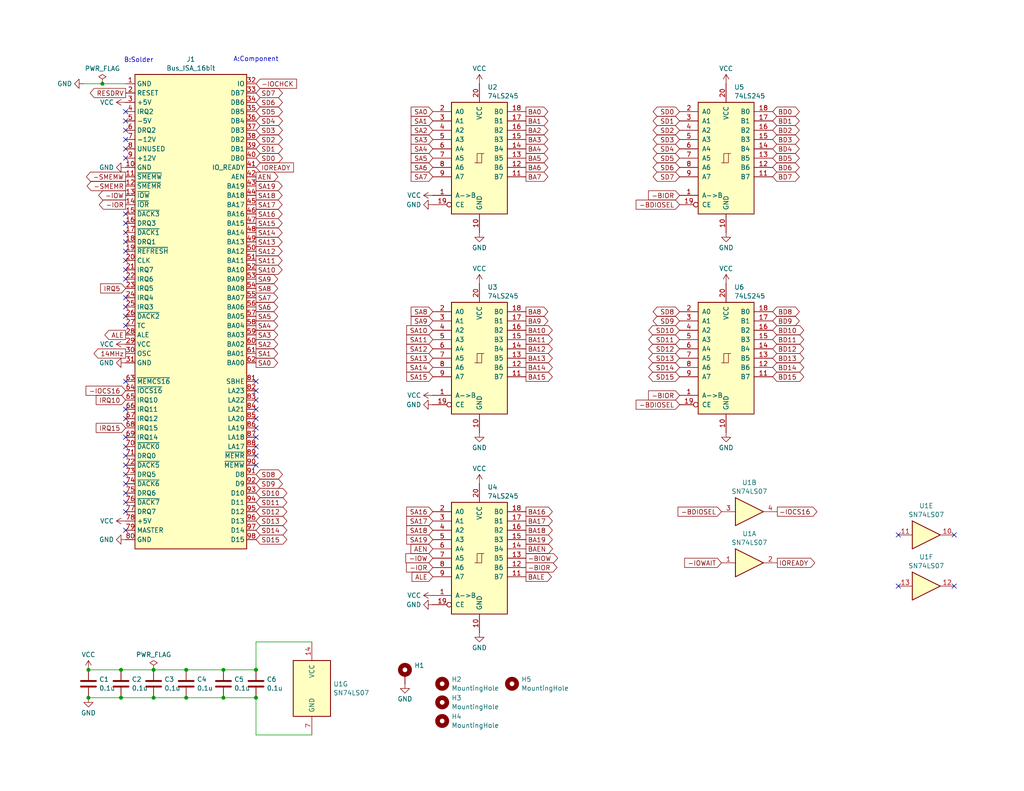
<source format=kicad_sch>
(kicad_sch (version 20231120) (generator "eeschema") (generator_version "8.0")
  (paper "A")
  (title_block (title "386SX Embedded Expansion Card") (date "2024-07-26") (rev "1.0-001") (company "Circuit Cellar/Computer Applications Journal") (comment 1 "Redraw by Richard Cini 07/2024") (comment 2 "Original by Ed Nisley"))
  (lib_symbols
    (symbol "74xx:74LS245" (pin_names (offset 1.016))
      (property "Reference" "U" (at -7.62 16.51 0))
      (property "Value" "74LS245" (at -7.62 -16.51 0))
      (symbol "74LS245_1_0"
        (polyline (pts (xy -0.635 -1.27) (xy -0.635 1.27) (xy 0.635 1.27)))
        (polyline (pts (xy -1.27 -1.27) (xy 0.635 -1.27) (xy 0.635 1.27) (xy 1.27 1.27)))
        (pin input line (at -12.7 -10.16 0) (length 5.08) (name "A->B") (number "1"))
        (pin power_in line (at 0 -20.32 90) (length 5.08) (name "GND") (number "10"))
        (pin tri_state line (at 12.7 -5.08 180) (length 5.08) (name "B7") (number "11"))
        (pin tri_state line (at 12.7 -2.54 180) (length 5.08) (name "B6") (number "12"))
        (pin tri_state line (at 12.7 0 180) (length 5.08) (name "B5") (number "13"))
        (pin tri_state line (at 12.7 2.54 180) (length 5.08) (name "B4") (number "14"))
        (pin tri_state line (at 12.7 5.08 180) (length 5.08) (name "B3") (number "15"))
        (pin tri_state line (at 12.7 7.62 180) (length 5.08) (name "B2") (number "16"))
        (pin tri_state line (at 12.7 10.16 180) (length 5.08) (name "B1") (number "17"))
        (pin tri_state line (at 12.7 12.7 180) (length 5.08) (name "B0") (number "18"))
        (pin input inverted (at -12.7 -12.7 0) (length 5.08) (name "CE") (number "19"))
        (pin tri_state line (at -12.7 12.7 0) (length 5.08) (name "A0") (number "2"))
        (pin power_in line (at 0 20.32 270) (length 5.08) (name "VCC") (number "20"))
        (pin tri_state line (at -12.7 10.16 0) (length 5.08) (name "A1") (number "3"))
        (pin tri_state line (at -12.7 7.62 0) (length 5.08) (name "A2") (number "4"))
        (pin tri_state line (at -12.7 5.08 0) (length 5.08) (name "A3") (number "5"))
        (pin tri_state line (at -12.7 2.54 0) (length 5.08) (name "A4") (number "6"))
        (pin tri_state line (at -12.7 0 0) (length 5.08) (name "A5") (number "7"))
        (pin tri_state line (at -12.7 -2.54 0) (length 5.08) (name "A6") (number "8"))
        (pin tri_state line (at -12.7 -5.08 0) (length 5.08) (name "A7") (number "9"))
      )
      (symbol "74LS245_1_1"
        (rectangle (start -7.62 15.24) (end 7.62 -15.24) (stroke (width 0.254)) (fill (type background)))
      )
    )
    (symbol "74xx:SN74LS07" (pin_names (offset 1.016))
      (property "Reference" "U" (at 0 1.27 0))
      (property "Value" "SN74LS07" (at 0 -1.27 0))
      (symbol "SN74LS07_1_0"
        (polyline (pts (xy -3.81 3.81) (xy -3.81 -3.81) (xy 3.81 0) (xy -3.81 3.81)) (stroke (width 0.254)) (fill (type background)))
        (pin input line (at -7.62 0 0) (length 3.81) (name "~") (number "1"))
        (pin open_collector line (at 7.62 0 180) (length 3.81) (name "~") (number "2"))
      )
      (symbol "SN74LS07_2_0"
        (polyline (pts (xy -3.81 3.81) (xy -3.81 -3.81) (xy 3.81 0) (xy -3.81 3.81)) (stroke (width 0.254)) (fill (type background)))
        (pin input line (at -7.62 0 0) (length 3.81) (name "~") (number "3"))
        (pin open_collector line (at 7.62 0 180) (length 3.81) (name "~") (number "4"))
      )
      (symbol "SN74LS07_3_0"
        (polyline (pts (xy -3.81 3.81) (xy -3.81 -3.81) (xy 3.81 0) (xy -3.81 3.81)) (stroke (width 0.254)) (fill (type background)))
        (pin input line (at -7.62 0 0) (length 3.81) (name "~") (number "5"))
        (pin open_collector line (at 7.62 0 180) (length 3.81) (name "~") (number "6"))
      )
      (symbol "SN74LS07_4_0"
        (polyline (pts (xy -3.81 3.81) (xy -3.81 -3.81) (xy 3.81 0) (xy -3.81 3.81)) (stroke (width 0.254)) (fill (type background)))
        (pin open_collector line (at 7.62 0 180) (length 3.81) (name "~") (number "8"))
        (pin input line (at -7.62 0 0) (length 3.81) (name "~") (number "9"))
      )
      (symbol "SN74LS07_5_0"
        (polyline (pts (xy -3.81 3.81) (xy -3.81 -3.81) (xy 3.81 0) (xy -3.81 3.81)) (stroke (width 0.254)) (fill (type background)))
        (pin open_collector line (at 7.62 0 180) (length 3.81) (name "~") (number "10"))
        (pin input line (at -7.62 0 0) (length 3.81) (name "~") (number "11"))
      )
      (symbol "SN74LS07_6_0"
        (polyline (pts (xy -3.81 3.81) (xy -3.81 -3.81) (xy 3.81 0) (xy -3.81 3.81)) (stroke (width 0.254)) (fill (type background)))
        (pin open_collector line (at 7.62 0 180) (length 3.81) (name "~") (number "12"))
        (pin input line (at -7.62 0 0) (length 3.81) (name "~") (number "13"))
      )
      (symbol "SN74LS07_7_0"
        (pin power_in line (at 0 12.7 270) (length 5.08) (name "VCC") (number "14"))
        (pin power_in line (at 0 -12.7 90) (length 5.08) (name "GND") (number "7"))
      )
      (symbol "SN74LS07_7_1"
        (rectangle (start -5.08 7.62) (end 5.08 -7.62) (stroke (width 0.254)) (fill (type background)))
      )
    )
    (symbol "Connector:Bus_ISA_16bit"
      (property "Reference" "J" (at 0 67.945 0))
      (property "Value" "Bus_ISA_16bit" (at 0 -65.405 0))
      (symbol "Bus_ISA_16bit_0_1"
        (rectangle (start -15.24 -63.5) (end 15.24 66.04) (stroke (width 0.254)) (fill (type background)))
      )
      (symbol "Bus_ISA_16bit_1_1"
        (pin power_in line (at -17.78 63.5 0) (length 2.54) (name "GND") (number "1"))
        (pin power_in line (at -17.78 40.64 0) (length 2.54) (name "GND") (number "10"))
        (pin output line (at -17.78 38.1 0) (length 2.54) (name "~{SMEMW}") (number "11"))
        (pin output line (at -17.78 35.56 0) (length 2.54) (name "~{SMEMR}") (number "12"))
        (pin output line (at -17.78 33.02 0) (length 2.54) (name "~{IOW}") (number "13"))
        (pin output line (at -17.78 30.48 0) (length 2.54) (name "~{IOR}") (number "14"))
        (pin passive line (at -17.78 27.94 0) (length 2.54) (name "~{DACK3}") (number "15"))
        (pin passive line (at -17.78 25.4 0) (length 2.54) (name "DRQ3") (number "16"))
        (pin passive line (at -17.78 22.86 0) (length 2.54) (name "~{DACK1}") (number "17"))
        (pin passive line (at -17.78 20.32 0) (length 2.54) (name "DRQ1") (number "18"))
        (pin passive line (at -17.78 17.78 0) (length 2.54) (name "~{REFRESH}") (number "19"))
        (pin output line (at -17.78 60.96 0) (length 2.54) (name "RESET") (number "2"))
        (pin output line (at -17.78 15.24 0) (length 2.54) (name "CLK") (number "20"))
        (pin passive line (at -17.78 12.7 0) (length 2.54) (name "IRQ7") (number "21"))
        (pin passive line (at -17.78 10.16 0) (length 2.54) (name "IRQ6") (number "22"))
        (pin passive line (at -17.78 7.62 0) (length 2.54) (name "IRQ5") (number "23"))
        (pin passive line (at -17.78 5.08 0) (length 2.54) (name "IRQ4") (number "24"))
        (pin passive line (at -17.78 2.54 0) (length 2.54) (name "IRQ3") (number "25"))
        (pin passive line (at -17.78 0 0) (length 2.54) (name "~{DACK2}") (number "26"))
        (pin passive line (at -17.78 -2.54 0) (length 2.54) (name "TC") (number "27"))
        (pin output line (at -17.78 -5.08 0) (length 2.54) (name "ALE") (number "28"))
        (pin power_in line (at -17.78 -7.62 0) (length 2.54) (name "VCC") (number "29"))
        (pin power_in line (at -17.78 58.42 0) (length 2.54) (name "+5V") (number "3"))
        (pin output line (at -17.78 -10.16 0) (length 2.54) (name "OSC") (number "30"))
        (pin power_in line (at -17.78 -12.7 0) (length 2.54) (name "GND") (number "31"))
        (pin passive line (at 17.78 63.5 180) (length 2.54) (name "IO") (number "32"))
        (pin tri_state line (at 17.78 60.96 180) (length 2.54) (name "DB7") (number "33"))
        (pin tri_state line (at 17.78 58.42 180) (length 2.54) (name "DB6") (number "34"))
        (pin tri_state line (at 17.78 55.88 180) (length 2.54) (name "DB5") (number "35"))
        (pin tri_state line (at 17.78 53.34 180) (length 2.54) (name "DB4") (number "36"))
        (pin tri_state line (at 17.78 50.8 180) (length 2.54) (name "DB3") (number "37"))
        (pin tri_state line (at 17.78 48.26 180) (length 2.54) (name "DB2") (number "38"))
        (pin tri_state line (at 17.78 45.72 180) (length 2.54) (name "DB1") (number "39"))
        (pin passive line (at -17.78 55.88 0) (length 2.54) (name "IRQ2") (number "4"))
        (pin tri_state line (at 17.78 43.18 180) (length 2.54) (name "DB0") (number "40"))
        (pin passive line (at 17.78 40.64 180) (length 2.54) (name "IO_READY") (number "41"))
        (pin output line (at 17.78 38.1 180) (length 2.54) (name "AEN") (number "42"))
        (pin tri_state line (at 17.78 35.56 180) (length 2.54) (name "BA19") (number "43"))
        (pin tri_state line (at 17.78 33.02 180) (length 2.54) (name "BA18") (number "44"))
        (pin tri_state line (at 17.78 30.48 180) (length 2.54) (name "BA17") (number "45"))
        (pin tri_state line (at 17.78 27.94 180) (length 2.54) (name "BA16") (number "46"))
        (pin tri_state line (at 17.78 25.4 180) (length 2.54) (name "BA15") (number "47"))
        (pin tri_state line (at 17.78 22.86 180) (length 2.54) (name "BA14") (number "48"))
        (pin tri_state line (at 17.78 20.32 180) (length 2.54) (name "BA13") (number "49"))
        (pin power_in line (at -17.78 53.34 0) (length 2.54) (name "-5V") (number "5"))
        (pin tri_state line (at 17.78 17.78 180) (length 2.54) (name "BA12") (number "50"))
        (pin tri_state line (at 17.78 15.24 180) (length 2.54) (name "BA11") (number "51"))
        (pin tri_state line (at 17.78 12.7 180) (length 2.54) (name "BA10") (number "52"))
        (pin tri_state line (at 17.78 10.16 180) (length 2.54) (name "BA09") (number "53"))
        (pin tri_state line (at 17.78 7.62 180) (length 2.54) (name "BA08") (number "54"))
        (pin tri_state line (at 17.78 5.08 180) (length 2.54) (name "BA07") (number "55"))
        (pin tri_state line (at 17.78 2.54 180) (length 2.54) (name "BA06") (number "56"))
        (pin tri_state line (at 17.78 0 180) (length 2.54) (name "BA05") (number "57"))
        (pin tri_state line (at 17.78 -2.54 180) (length 2.54) (name "BA04") (number "58"))
        (pin tri_state line (at 17.78 -5.08 180) (length 2.54) (name "BA03") (number "59"))
        (pin passive line (at -17.78 50.8 0) (length 2.54) (name "DRQ2") (number "6"))
        (pin tri_state line (at 17.78 -7.62 180) (length 2.54) (name "BA02") (number "60"))
        (pin tri_state line (at 17.78 -10.16 180) (length 2.54) (name "BA01") (number "61"))
        (pin tri_state line (at 17.78 -12.7 180) (length 2.54) (name "BA00") (number "62"))
        (pin passive line (at -17.78 -17.78 0) (length 2.54) (name "~{MEMCS16}") (number "63"))
        (pin passive line (at -17.78 -20.32 0) (length 2.54) (name "~{IOCS16}") (number "64"))
        (pin passive line (at -17.78 -22.86 0) (length 2.54) (name "IRQ10") (number "65"))
        (pin passive line (at -17.78 -25.4 0) (length 2.54) (name "IRQ11") (number "66"))
        (pin passive line (at -17.78 -27.94 0) (length 2.54) (name "IRQ12") (number "67"))
        (pin passive line (at -17.78 -30.48 0) (length 2.54) (name "IRQ15") (number "68"))
        (pin passive line (at -17.78 -33.02 0) (length 2.54) (name "IRQ14") (number "69"))
        (pin power_in line (at -17.78 48.26 0) (length 2.54) (name "-12V") (number "7"))
        (pin output line (at -17.78 -35.56 0) (length 2.54) (name "~{DACK0}") (number "70"))
        (pin passive line (at -17.78 -38.1 0) (length 2.54) (name "DRQ0") (number "71"))
        (pin output line (at -17.78 -40.64 0) (length 2.54) (name "~{DACK5}") (number "72"))
        (pin passive line (at -17.78 -43.18 0) (length 2.54) (name "DRQ5") (number "73"))
        (pin output line (at -17.78 -45.72 0) (length 2.54) (name "~{DACK6}") (number "74"))
        (pin passive line (at -17.78 -48.26 0) (length 2.54) (name "DRQ6") (number "75"))
        (pin output line (at -17.78 -50.8 0) (length 2.54) (name "~{DACK7}") (number "76"))
        (pin passive line (at -17.78 -53.34 0) (length 2.54) (name "DRQ7") (number "77"))
        (pin power_in line (at -17.78 -55.88 0) (length 2.54) (name "+5V") (number "78"))
        (pin passive line (at -17.78 -58.42 0) (length 2.54) (name "MASTER") (number "79"))
        (pin passive line (at -17.78 45.72 0) (length 2.54) (name "UNUSED") (number "8"))
        (pin power_in line (at -17.78 -60.96 0) (length 2.54) (name "GND") (number "80"))
        (pin passive line (at 17.78 -17.78 180) (length 2.54) (name "SBHE") (number "81"))
        (pin passive line (at 17.78 -20.32 180) (length 2.54) (name "LA23") (number "82"))
        (pin passive line (at 17.78 -22.86 180) (length 2.54) (name "LA22") (number "83"))
        (pin passive line (at 17.78 -25.4 180) (length 2.54) (name "LA21") (number "84"))
        (pin passive line (at 17.78 -27.94 180) (length 2.54) (name "LA20") (number "85"))
        (pin passive line (at 17.78 -30.48 180) (length 2.54) (name "LA19") (number "86"))
        (pin passive line (at 17.78 -33.02 180) (length 2.54) (name "LA18") (number "87"))
        (pin passive line (at 17.78 -35.56 180) (length 2.54) (name "LA17") (number "88"))
        (pin output line (at 17.78 -38.1 180) (length 2.54) (name "~{MEMR}") (number "89"))
        (pin power_in line (at -17.78 43.18 0) (length 2.54) (name "+12V") (number "9"))
        (pin output line (at 17.78 -40.64 180) (length 2.54) (name "~{MEMW}") (number "90"))
        (pin tri_state line (at 17.78 -43.18 180) (length 2.54) (name "D8") (number "91"))
        (pin tri_state line (at 17.78 -45.72 180) (length 2.54) (name "D9") (number "92"))
        (pin tri_state line (at 17.78 -48.26 180) (length 2.54) (name "D10") (number "93"))
        (pin tri_state line (at 17.78 -50.8 180) (length 2.54) (name "D11") (number "94"))
        (pin tri_state line (at 17.78 -53.34 180) (length 2.54) (name "D12") (number "95"))
        (pin tri_state line (at 17.78 -55.88 180) (length 2.54) (name "D13") (number "96"))
        (pin tri_state line (at 17.78 -58.42 180) (length 2.54) (name "D14") (number "97"))
        (pin tri_state line (at 17.78 -60.96 180) (length 2.54) (name "D15") (number "98"))
      )
    )
    (symbol "Device:C" (pin_numbers hide) (pin_names (offset 0.254))
      (property "Reference" "C" (at 0.635 2.54 0))
      (property "Value" "C" (at 0.635 -2.54 0))
      (symbol "C_0_1"
        (polyline (pts (xy -2.032 -0.762) (xy 2.032 -0.762)) (stroke (width 0.508)))
        (polyline (pts (xy -2.032 0.762) (xy 2.032 0.762)) (stroke (width 0.508)))
      )
      (symbol "C_1_1"
        (pin passive line (at 0 3.81 270) (length 2.794) (name "~") (number "1"))
        (pin passive line (at 0 -3.81 90) (length 2.794) (name "~") (number "2"))
      )
    )
    (symbol "Mechanical:MountingHole" (pin_names (offset 1.016)) (exclude_from_sim yes) (in_bom no)
      (property "Reference" "H" (at 0 5.08 0))
      (property "Value" "MountingHole" (at 0 3.175 0))
      (symbol "MountingHole_0_1"
        (circle (center 0 0) (radius 1.27) (stroke (width 1.27)))
      )
    )
    (symbol "Mechanical:MountingHole_Pad" (pin_numbers hide) (pin_names (offset 1.016) hide) (exclude_from_sim yes) (in_bom no)
      (property "Reference" "H" (at 0 6.35 0))
      (property "Value" "MountingHole_Pad" (at 0 4.445 0))
      (symbol "MountingHole_Pad_0_1"
        (circle (center 0 1.27) (radius 1.27) (stroke (width 1.27)))
      )
      (symbol "MountingHole_Pad_1_1"
        (pin input line (at 0 -2.54 90) (length 2.54) (name "1") (number "1"))
      )
    )
    (symbol "power:GND" (power) (pin_numbers hide) (pin_names (offset 0) hide)
      (property "Value" "GND" (at 0 -3.81 0))
      (symbol "GND_0_1"
        (polyline (pts (xy 0 0) (xy 0 -1.27) (xy 1.27 -1.27) (xy 0 -2.54) (xy -1.27 -1.27) (xy 0 -1.27)))
      )
      (symbol "GND_1_1"
        (pin power_in line (at 0 0 270) (length 0) (name "~") (number "1"))
      )
    )
    (symbol "power:PWR_FLAG" (power) (pin_numbers hide) (pin_names (offset 0) hide)
      (property "Value" "PWR_FLAG" (at 0 3.81 0))
      (symbol "PWR_FLAG_0_0"
        (pin power_out line (at 0 0 90) (length 0) (name "~") (number "1"))
      )
      (symbol "PWR_FLAG_0_1"
        (polyline (pts (xy 0 0) (xy 0 1.27) (xy -1.016 1.905) (xy 0 2.54) (xy 1.016 1.905) (xy 0 1.27)))
      )
    )
    (symbol "power:VCC" (power) (pin_numbers hide) (pin_names (offset 0) hide)
      (property "Value" "VCC" (at 0 3.556 0))
      (symbol "VCC_0_1"
        (polyline (pts (xy -0.762 1.27) (xy 0 2.54)))
        (polyline (pts (xy 0 0) (xy 0 2.54)))
        (polyline (pts (xy 0 2.54) (xy 0.762 1.27)))
      )
      (symbol "VCC_1_1"
        (pin power_in line (at 0 0 90) (length 0) (name "~") (number "1"))
      )
    )
  )
  (junction (at 41.91 190.5))
  (junction (at 50.8 190.5))
  (junction (at 69.85 190.5))
  (junction (at 33.02 182.88))
  (junction (at 33.02 190.5))
  (junction (at 60.96 190.5))
  (junction (at 41.91 182.88))
  (junction (at 69.85 182.88))
  (junction (at 24.13 182.88))
  (junction (at 27.94 22.86))
  (junction (at 60.96 182.88))
  (junction (at 50.8 182.88))
  (junction (at 24.13 190.5))
  (no_connect (at 34.29 40.64))
  (no_connect (at 34.29 83.82))
  (no_connect (at 245.11 146.05))
  (no_connect (at 260.35 146.05))
  (no_connect (at 34.29 43.18))
  (no_connect (at 69.85 119.38))
  (no_connect (at 69.85 116.84))
  (no_connect (at 34.29 129.54))
  (no_connect (at 34.29 58.42))
  (no_connect (at 34.29 132.08))
  (no_connect (at 34.29 144.78))
  (no_connect (at 69.85 104.14))
  (no_connect (at 34.29 68.58))
  (no_connect (at 34.29 73.66))
  (no_connect (at 260.35 160.02))
  (no_connect (at 69.85 111.76))
  (no_connect (at 34.29 76.2))
  (no_connect (at 245.11 160.02))
  (no_connect (at 69.85 127))
  (no_connect (at 34.29 119.38))
  (no_connect (at 69.85 114.3))
  (no_connect (at 69.85 124.46))
  (no_connect (at 34.29 35.56))
  (no_connect (at 69.85 106.68))
  (no_connect (at 34.29 139.7))
  (no_connect (at 34.29 127))
  (no_connect (at 34.29 104.14))
  (no_connect (at 34.29 111.76))
  (no_connect (at 34.29 121.92))
  (no_connect (at 34.29 33.02))
  (no_connect (at 69.85 109.22))
  (no_connect (at 34.29 30.48))
  (no_connect (at 34.29 137.16))
  (no_connect (at 69.85 121.92))
  (no_connect (at 34.29 60.96))
  (no_connect (at 34.29 124.46))
  (no_connect (at 34.29 88.9))
  (no_connect (at 34.29 66.04))
  (no_connect (at 34.29 114.3))
  (no_connect (at 34.29 134.62))
  (no_connect (at 34.29 71.12))
  (no_connect (at 34.29 38.1))
  (no_connect (at 34.29 86.36))
  (no_connect (at 34.29 63.5))
  (no_connect (at 34.29 81.28))
  (wire (pts (xy 50.8 190.5) (xy 60.96 190.5)))
  (wire (pts (xy 50.8 182.88) (xy 60.96 182.88)))
  (wire (pts (xy 69.85 200.66) (xy 69.85 190.5)))
  (wire (pts (xy 69.85 175.26) (xy 69.85 182.88)))
  (wire (pts (xy 22.86 22.86) (xy 27.94 22.86)))
  (wire (pts (xy 85.09 175.26) (xy 69.85 175.26)))
  (wire (pts (xy 33.02 190.5) (xy 41.91 190.5)))
  (wire (pts (xy 85.09 200.66) (xy 69.85 200.66)))
  (wire (pts (xy 41.91 190.5) (xy 50.8 190.5)))
  (wire (pts (xy 60.96 190.5) (xy 69.85 190.5)))
  (wire (pts (xy 24.13 182.88) (xy 33.02 182.88)))
  (wire (pts (xy 24.13 190.5) (xy 33.02 190.5)))
  (wire (pts (xy 33.02 182.88) (xy 41.91 182.88)))
  (wire (pts (xy 27.94 22.86) (xy 34.29 22.86)))
  (wire (pts (xy 60.96 182.88) (xy 69.85 182.88)))
  (wire (pts (xy 41.91 182.88) (xy 50.8 182.88)))
  (text "B:Solder" (at 37.846 16.51 0) (effects (font (size 1.27 1.27))))
  (text "A:Component" (at 69.85 16.256 0) (effects (font (size 1.27 1.27))))
  (global_label "SA12" (shape output) (at 69.85 68.58 0) (property "Intersheetrefs" "${INTERSHEET_REFS}" (at 77.5523 68.58 0) (effects (justify left))))
  (global_label "SA8" (shape output) (at 69.85 78.74 0) (property "Intersheetrefs" "${INTERSHEET_REFS}" (at 76.3428 78.74 0) (effects (justify left))))
  (global_label "SA15" (shape input) (at 118.11 102.87 180) (property "Intersheetrefs" "${INTERSHEET_REFS}" (at 110.4077 102.87 0) (effects (justify right))))
  (global_label "-BIOR" (shape output) (at 143.51 154.94 0) (property "Intersheetrefs" "${INTERSHEET_REFS}" (at 152.5429 154.94 0) (effects (justify left))))
  (global_label "BA15" (shape output) (at 143.51 102.87 0) (property "Intersheetrefs" "${INTERSHEET_REFS}" (at 150.0633 102.87 0) (effects (justify left))))
  (global_label "SD0" (shape bidirectional) (at 185.42 30.48 180) (property "Intersheetrefs" "${INTERSHEET_REFS}" (at 177.6345 30.48 0) (effects (justify right))))
  (global_label "SD12" (shape bidirectional) (at 69.85 139.7 0) (property "Intersheetrefs" "${INTERSHEET_REFS}" (at 78.845 139.7 0) (effects (justify left))))
  (global_label "SD15" (shape bidirectional) (at 185.42 102.87 180) (property "Intersheetrefs" "${INTERSHEET_REFS}" (at 176.425 102.87 0) (effects (justify right))))
  (global_label "SD13" (shape bidirectional) (at 185.42 97.79 180) (property "Intersheetrefs" "${INTERSHEET_REFS}" (at 176.425 97.79 0) (effects (justify right))))
  (global_label "BD14" (shape bidirectional) (at 210.82 100.33 0) (property "Intersheetrefs" "${INTERSHEET_REFS}" (at 219.8755 100.33 0) (effects (justify left))))
  (global_label "-IOW" (shape output) (at 34.29 53.34 180) (property "Intersheetrefs" "${INTERSHEET_REFS}" (at 26.3457 53.34 0) (effects (justify right))))
  (global_label "SA16" (shape output) (at 69.85 58.42 0) (property "Intersheetrefs" "${INTERSHEET_REFS}" (at 77.5523 58.42 0) (effects (justify left))))
  (global_label "BD2" (shape bidirectional) (at 210.82 35.56 0) (property "Intersheetrefs" "${INTERSHEET_REFS}" (at 218.666 35.56 0) (effects (justify left))))
  (global_label "BD8" (shape bidirectional) (at 210.82 85.09 0) (property "Intersheetrefs" "${INTERSHEET_REFS}" (at 218.666 85.09 0) (effects (justify left))))
  (global_label "BA6" (shape output) (at 143.51 45.72 0) (property "Intersheetrefs" "${INTERSHEET_REFS}" (at 150.0633 45.72 0) (effects (justify left))))
  (global_label "BA14" (shape output) (at 143.51 100.33 0) (property "Intersheetrefs" "${INTERSHEET_REFS}" (at 150.0633 100.33 0) (effects (justify left))))
  (global_label "-IOW" (shape input) (at 118.11 152.4 180) (property "Intersheetrefs" "${INTERSHEET_REFS}" (at 110.1657 152.4 0) (effects (justify right))))
  (global_label "-IOWAIT" (shape input) (at 196.85 153.67 180) (property "Intersheetrefs" "${INTERSHEET_REFS}" (at 186.2447 153.67 0) (effects (justify right))))
  (global_label "SA13" (shape input) (at 118.11 97.79 180) (property "Intersheetrefs" "${INTERSHEET_REFS}" (at 110.4077 97.79 0) (effects (justify right))))
  (global_label "BA9" (shape output) (at 143.51 87.63 0) (property "Intersheetrefs" "${INTERSHEET_REFS}" (at 150.0633 87.63 0) (effects (justify left))))
  (global_label "SD10" (shape bidirectional) (at 185.42 90.17 180) (property "Intersheetrefs" "${INTERSHEET_REFS}" (at 176.425 90.17 0) (effects (justify right))))
  (global_label "BALE" (shape output) (at 143.51 157.48 0) (property "Intersheetrefs" "${INTERSHEET_REFS}" (at 151.0309 157.48 0) (effects (justify left))))
  (global_label "SA9" (shape input) (at 118.11 87.63 180) (property "Intersheetrefs" "${INTERSHEET_REFS}" (at 111.6172 87.63 0) (effects (justify right))))
  (global_label "SA18" (shape output) (at 69.85 53.34 0) (property "Intersheetrefs" "${INTERSHEET_REFS}" (at 77.5523 53.34 0) (effects (justify left))))
  (global_label "BD5" (shape bidirectional) (at 210.82 43.18 0) (property "Intersheetrefs" "${INTERSHEET_REFS}" (at 218.666 43.18 0) (effects (justify left))))
  (global_label "SA1" (shape input) (at 118.11 33.02 180) (property "Intersheetrefs" "${INTERSHEET_REFS}" (at 111.6172 33.02 0) (effects (justify right))))
  (global_label "SD9" (shape bidirectional) (at 69.85 132.08 0) (property "Intersheetrefs" "${INTERSHEET_REFS}" (at 77.6355 132.08 0) (effects (justify left))))
  (global_label "SA9" (shape output) (at 69.85 76.2 0) (property "Intersheetrefs" "${INTERSHEET_REFS}" (at 76.3428 76.2 0) (effects (justify left))))
  (global_label "BD7" (shape bidirectional) (at 210.82 48.26 0) (property "Intersheetrefs" "${INTERSHEET_REFS}" (at 218.666 48.26 0) (effects (justify left))))
  (global_label "BA10" (shape output) (at 143.51 90.17 0) (property "Intersheetrefs" "${INTERSHEET_REFS}" (at 150.0633 90.17 0) (effects (justify left))))
  (global_label "BD0" (shape bidirectional) (at 210.82 30.48 0) (property "Intersheetrefs" "${INTERSHEET_REFS}" (at 218.666 30.48 0) (effects (justify left))))
  (global_label "SA3" (shape input) (at 118.11 38.1 180) (property "Intersheetrefs" "${INTERSHEET_REFS}" (at 111.6172 38.1 0) (effects (justify right))))
  (global_label "BD12" (shape bidirectional) (at 210.82 95.25 0) (property "Intersheetrefs" "${INTERSHEET_REFS}" (at 219.8755 95.25 0) (effects (justify left))))
  (global_label "IRQ15" (shape input) (at 34.29 116.84 180) (property "Intersheetrefs" "${INTERSHEET_REFS}" (at 25.6805 116.84 0) (effects (justify right))))
  (global_label "SA11" (shape input) (at 118.11 92.71 180) (property "Intersheetrefs" "${INTERSHEET_REFS}" (at 110.4077 92.71 0) (effects (justify right))))
  (global_label "BA1" (shape output) (at 143.51 33.02 0) (property "Intersheetrefs" "${INTERSHEET_REFS}" (at 150.0633 33.02 0) (effects (justify left))))
  (global_label "-BIOR" (shape input) (at 185.42 107.95 180) (property "Intersheetrefs" "${INTERSHEET_REFS}" (at 176.3871 107.95 0) (effects (justify right))))
  (global_label "SA1" (shape output) (at 69.85 96.52 0) (property "Intersheetrefs" "${INTERSHEET_REFS}" (at 76.3428 96.52 0) (effects (justify left))))
  (global_label "BD3" (shape bidirectional) (at 210.82 38.1 0) (property "Intersheetrefs" "${INTERSHEET_REFS}" (at 218.666 38.1 0) (effects (justify left))))
  (global_label "IRQ5" (shape input) (at 34.29 78.74 180) (property "Intersheetrefs" "${INTERSHEET_REFS}" (at 26.89 78.74 0) (effects (justify right))))
  (global_label "SD3" (shape bidirectional) (at 185.42 38.1 180) (property "Intersheetrefs" "${INTERSHEET_REFS}" (at 177.6345 38.1 0) (effects (justify right))))
  (global_label "SD6" (shape bidirectional) (at 185.42 45.72 180) (property "Intersheetrefs" "${INTERSHEET_REFS}" (at 177.6345 45.72 0) (effects (justify right))))
  (global_label "BA13" (shape output) (at 143.51 97.79 0) (property "Intersheetrefs" "${INTERSHEET_REFS}" (at 150.0633 97.79 0) (effects (justify left))))
  (global_label "SA7" (shape input) (at 118.11 48.26 180) (property "Intersheetrefs" "${INTERSHEET_REFS}" (at 111.6172 48.26 0) (effects (justify right))))
  (global_label "SD4" (shape bidirectional) (at 69.85 33.02 0) (property "Intersheetrefs" "${INTERSHEET_REFS}" (at 77.6355 33.02 0) (effects (justify left))))
  (global_label "BA0" (shape output) (at 143.51 30.48 0) (property "Intersheetrefs" "${INTERSHEET_REFS}" (at 150.0633 30.48 0) (effects (justify left))))
  (global_label "SA17" (shape output) (at 69.85 55.88 0) (property "Intersheetrefs" "${INTERSHEET_REFS}" (at 77.5523 55.88 0) (effects (justify left))))
  (global_label "SD13" (shape bidirectional) (at 69.85 142.24 0) (property "Intersheetrefs" "${INTERSHEET_REFS}" (at 78.845 142.24 0) (effects (justify left))))
  (global_label "SD7" (shape bidirectional) (at 185.42 48.26 180) (property "Intersheetrefs" "${INTERSHEET_REFS}" (at 177.6345 48.26 0) (effects (justify right))))
  (global_label "-BIOR" (shape input) (at 185.42 53.34 180) (property "Intersheetrefs" "${INTERSHEET_REFS}" (at 176.3871 53.34 0) (effects (justify right))))
  (global_label "ALE" (shape input) (at 118.11 157.48 180) (property "Intersheetrefs" "${INTERSHEET_REFS}" (at 111.8591 157.48 0) (effects (justify right))))
  (global_label "BA8" (shape output) (at 143.51 85.09 0) (property "Intersheetrefs" "${INTERSHEET_REFS}" (at 150.0633 85.09 0) (effects (justify left))))
  (global_label "SD2" (shape bidirectional) (at 69.85 38.1 0) (property "Intersheetrefs" "${INTERSHEET_REFS}" (at 77.6355 38.1 0) (effects (justify left))))
  (global_label "BA16" (shape output) (at 143.51 139.7 0) (property "Intersheetrefs" "${INTERSHEET_REFS}" (at 150.0633 139.7 0) (effects (justify left))))
  (global_label "SD1" (shape bidirectional) (at 185.42 33.02 180) (property "Intersheetrefs" "${INTERSHEET_REFS}" (at 177.6345 33.02 0) (effects (justify right))))
  (global_label "SA10" (shape output) (at 69.85 73.66 0) (property "Intersheetrefs" "${INTERSHEET_REFS}" (at 77.5523 73.66 0) (effects (justify left))))
  (global_label "-IOCS16" (shape output) (at 212.09 139.7 0) (property "Intersheetrefs" "${INTERSHEET_REFS}" (at 223.4814 139.7 0) (effects (justify left))))
  (global_label "SD11" (shape bidirectional) (at 69.85 137.16 0) (property "Intersheetrefs" "${INTERSHEET_REFS}" (at 78.845 137.16 0) (effects (justify left))))
  (global_label "SA14" (shape output) (at 69.85 63.5 0) (property "Intersheetrefs" "${INTERSHEET_REFS}" (at 77.5523 63.5 0) (effects (justify left))))
  (global_label "SA5" (shape input) (at 118.11 43.18 180) (property "Intersheetrefs" "${INTERSHEET_REFS}" (at 111.6172 43.18 0) (effects (justify right))))
  (global_label "BA12" (shape output) (at 143.51 95.25 0) (property "Intersheetrefs" "${INTERSHEET_REFS}" (at 150.0633 95.25 0) (effects (justify left))))
  (global_label "BA17" (shape output) (at 143.51 142.24 0) (property "Intersheetrefs" "${INTERSHEET_REFS}" (at 150.0633 142.24 0) (effects (justify left))))
  (global_label "AEN" (shape output) (at 69.85 48.26 0) (property "Intersheetrefs" "${INTERSHEET_REFS}" (at 76.4033 48.26 0) (effects (justify left))))
  (global_label "BA19" (shape output) (at 143.51 147.32 0) (property "Intersheetrefs" "${INTERSHEET_REFS}" (at 150.0633 147.32 0) (effects (justify left))))
  (global_label "SD12" (shape bidirectional) (at 185.42 95.25 180) (property "Intersheetrefs" "${INTERSHEET_REFS}" (at 176.425 95.25 0) (effects (justify right))))
  (global_label "IOREADY" (shape input) (at 69.85 45.72 0) (property "Intersheetrefs" "${INTERSHEET_REFS}" (at 80.6367 45.72 0) (effects (justify left))))
  (global_label "SD15" (shape bidirectional) (at 69.85 147.32 0) (property "Intersheetrefs" "${INTERSHEET_REFS}" (at 78.845 147.32 0) (effects (justify left))))
  (global_label "IRQ10" (shape input) (at 34.29 109.22 180) (property "Intersheetrefs" "${INTERSHEET_REFS}" (at 25.6805 109.22 0) (effects (justify right))))
  (global_label "SD8" (shape bidirectional) (at 69.85 129.54 0) (property "Intersheetrefs" "${INTERSHEET_REFS}" (at 77.6355 129.54 0) (effects (justify left))))
  (global_label "SD2" (shape bidirectional) (at 185.42 35.56 180) (property "Intersheetrefs" "${INTERSHEET_REFS}" (at 177.6345 35.56 0) (effects (justify right))))
  (global_label "BAEN" (shape output) (at 143.51 149.86 0) (property "Intersheetrefs" "${INTERSHEET_REFS}" (at 151.3333 149.86 0) (effects (justify left))))
  (global_label "SA19" (shape input) (at 118.11 147.32 180) (property "Intersheetrefs" "${INTERSHEET_REFS}" (at 110.4077 147.32 0) (effects (justify right))))
  (global_label "SA2" (shape input) (at 118.11 35.56 180) (property "Intersheetrefs" "${INTERSHEET_REFS}" (at 111.6172 35.56 0) (effects (justify right))))
  (global_label "BA7" (shape output) (at 143.51 48.26 0) (property "Intersheetrefs" "${INTERSHEET_REFS}" (at 150.0633 48.26 0) (effects (justify left))))
  (global_label "-BDIOSEL" (shape input) (at 196.85 139.7 180) (property "Intersheetrefs" "${INTERSHEET_REFS}" (at 184.4305 139.7 0) (effects (justify right))))
  (global_label "-IOR" (shape output) (at 34.29 55.88 180) (property "Intersheetrefs" "${INTERSHEET_REFS}" (at 26.5271 55.88 0) (effects (justify right))))
  (global_label "SA8" (shape input) (at 118.11 85.09 180) (property "Intersheetrefs" "${INTERSHEET_REFS}" (at 111.6172 85.09 0) (effects (justify right))))
  (global_label "-IOCHCK" (shape input) (at 69.85 22.86 0) (property "Intersheetrefs" "${INTERSHEET_REFS}" (at 81.4834 22.86 0) (effects (justify left))))
  (global_label "-SMEMR" (shape output) (at 34.29 50.8 180) (property "Intersheetrefs" "${INTERSHEET_REFS}" (at 23.2011 50.8 0) (effects (justify right))))
  (global_label "BD1" (shape bidirectional) (at 210.82 33.02 0) (property "Intersheetrefs" "${INTERSHEET_REFS}" (at 218.666 33.02 0) (effects (justify left))))
  (global_label "SA19" (shape output) (at 69.85 50.8 0) (property "Intersheetrefs" "${INTERSHEET_REFS}" (at 77.5523 50.8 0) (effects (justify left))))
  (global_label "SA0" (shape input) (at 118.11 30.48 180) (property "Intersheetrefs" "${INTERSHEET_REFS}" (at 111.6172 30.48 0) (effects (justify right))))
  (global_label "SD8" (shape bidirectional) (at 185.42 85.09 180) (property "Intersheetrefs" "${INTERSHEET_REFS}" (at 177.6345 85.09 0) (effects (justify right))))
  (global_label "SA0" (shape output) (at 69.85 99.06 0) (property "Intersheetrefs" "${INTERSHEET_REFS}" (at 76.3428 99.06 0) (effects (justify left))))
  (global_label "ALE" (shape output) (at 34.29 91.44 180) (property "Intersheetrefs" "${INTERSHEET_REFS}" (at 28.0391 91.44 0) (effects (justify right))))
  (global_label "RESDRV" (shape output) (at 34.29 25.4 180) (property "Intersheetrefs" "${INTERSHEET_REFS}" (at 24.0477 25.4 0) (effects (justify right))))
  (global_label "BA5" (shape output) (at 143.51 43.18 0) (property "Intersheetrefs" "${INTERSHEET_REFS}" (at 150.0633 43.18 0) (effects (justify left))))
  (global_label "SA6" (shape output) (at 69.85 83.82 0) (property "Intersheetrefs" "${INTERSHEET_REFS}" (at 76.3428 83.82 0) (effects (justify left))))
  (global_label "BD11" (shape bidirectional) (at 210.82 92.71 0) (property "Intersheetrefs" "${INTERSHEET_REFS}" (at 219.8755 92.71 0) (effects (justify left))))
  (global_label "SD0" (shape bidirectional) (at 69.85 43.18 0) (property "Intersheetrefs" "${INTERSHEET_REFS}" (at 77.6355 43.18 0) (effects (justify left))))
  (global_label "BD15" (shape bidirectional) (at 210.82 102.87 0) (property "Intersheetrefs" "${INTERSHEET_REFS}" (at 219.8755 102.87 0) (effects (justify left))))
  (global_label "-IOR" (shape input) (at 118.11 154.94 180) (property "Intersheetrefs" "${INTERSHEET_REFS}" (at 110.3471 154.94 0) (effects (justify right))))
  (global_label "SA16" (shape input) (at 118.11 139.7 180) (property "Intersheetrefs" "${INTERSHEET_REFS}" (at 110.4077 139.7 0) (effects (justify right))))
  (global_label "SD14" (shape bidirectional) (at 69.85 144.78 0) (property "Intersheetrefs" "${INTERSHEET_REFS}" (at 78.845 144.78 0) (effects (justify left))))
  (global_label "SA18" (shape input) (at 118.11 144.78 180) (property "Intersheetrefs" "${INTERSHEET_REFS}" (at 110.4077 144.78 0) (effects (justify right))))
  (global_label "BA3" (shape output) (at 143.51 38.1 0) (property "Intersheetrefs" "${INTERSHEET_REFS}" (at 150.0633 38.1 0) (effects (justify left))))
  (global_label "SA15" (shape output) (at 69.85 60.96 0) (property "Intersheetrefs" "${INTERSHEET_REFS}" (at 77.5523 60.96 0) (effects (justify left))))
  (global_label "SD10" (shape bidirectional) (at 69.85 134.62 0) (property "Intersheetrefs" "${INTERSHEET_REFS}" (at 78.845 134.62 0) (effects (justify left))))
  (global_label "BD9" (shape bidirectional) (at 210.82 87.63 0) (property "Intersheetrefs" "${INTERSHEET_REFS}" (at 218.666 87.63 0) (effects (justify left))))
  (global_label "-SMEMW" (shape output) (at 34.29 48.26 180) (property "Intersheetrefs" "${INTERSHEET_REFS}" (at 23.0197 48.26 0) (effects (justify right))))
  (global_label "-BDIOSEL" (shape input) (at 185.42 55.88 180) (property "Intersheetrefs" "${INTERSHEET_REFS}" (at 173.0005 55.88 0) (effects (justify right))))
  (global_label "SA17" (shape input) (at 118.11 142.24 180) (property "Intersheetrefs" "${INTERSHEET_REFS}" (at 110.4077 142.24 0) (effects (justify right))))
  (global_label "SD5" (shape bidirectional) (at 185.42 43.18 180) (property "Intersheetrefs" "${INTERSHEET_REFS}" (at 177.6345 43.18 0) (effects (justify right))))
  (global_label "SA5" (shape output) (at 69.85 86.36 0) (property "Intersheetrefs" "${INTERSHEET_REFS}" (at 76.3428 86.36 0) (effects (justify left))))
  (global_label "AEN" (shape input) (at 118.11 149.86 180) (property "Intersheetrefs" "${INTERSHEET_REFS}" (at 111.5567 149.86 0) (effects (justify right))))
  (global_label "SA13" (shape output) (at 69.85 66.04 0) (property "Intersheetrefs" "${INTERSHEET_REFS}" (at 77.5523 66.04 0) (effects (justify left))))
  (global_label "IOREADY" (shape output) (at 212.09 153.67 0) (property "Intersheetrefs" "${INTERSHEET_REFS}" (at 222.8767 153.67 0) (effects (justify left))))
  (global_label "SA7" (shape output) (at 69.85 81.28 0) (property "Intersheetrefs" "${INTERSHEET_REFS}" (at 76.3428 81.28 0) (effects (justify left))))
  (global_label "BD4" (shape bidirectional) (at 210.82 40.64 0) (property "Intersheetrefs" "${INTERSHEET_REFS}" (at 218.666 40.64 0) (effects (justify left))))
  (global_label "-IOCS16" (shape input) (at 34.29 106.68 180) (property "Intersheetrefs" "${INTERSHEET_REFS}" (at 22.8986 106.68 0) (effects (justify right))))
  (global_label "BD13" (shape bidirectional) (at 210.82 97.79 0) (property "Intersheetrefs" "${INTERSHEET_REFS}" (at 219.8755 97.79 0) (effects (justify left))))
  (global_label "SD11" (shape bidirectional) (at 185.42 92.71 180) (property "Intersheetrefs" "${INTERSHEET_REFS}" (at 176.425 92.71 0) (effects (justify right))))
  (global_label "SA6" (shape input) (at 118.11 45.72 180) (property "Intersheetrefs" "${INTERSHEET_REFS}" (at 111.6172 45.72 0) (effects (justify right))))
  (global_label "SD9" (shape bidirectional) (at 185.42 87.63 180) (property "Intersheetrefs" "${INTERSHEET_REFS}" (at 177.6345 87.63 0) (effects (justify right))))
  (global_label "SA4" (shape input) (at 118.11 40.64 180) (property "Intersheetrefs" "${INTERSHEET_REFS}" (at 111.6172 40.64 0) (effects (justify right))))
  (global_label "-BIOW" (shape output) (at 143.51 152.4 0) (property "Intersheetrefs" "${INTERSHEET_REFS}" (at 152.7243 152.4 0) (effects (justify left))))
  (global_label "BD6" (shape bidirectional) (at 210.82 45.72 0) (property "Intersheetrefs" "${INTERSHEET_REFS}" (at 218.666 45.72 0) (effects (justify left))))
  (global_label "SA10" (shape input) (at 118.11 90.17 180) (property "Intersheetrefs" "${INTERSHEET_REFS}" (at 110.4077 90.17 0) (effects (justify right))))
  (global_label "SD1" (shape bidirectional) (at 69.85 40.64 0) (property "Intersheetrefs" "${INTERSHEET_REFS}" (at 77.6355 40.64 0) (effects (justify left))))
  (global_label "BA4" (shape output) (at 143.51 40.64 0) (property "Intersheetrefs" "${INTERSHEET_REFS}" (at 150.0633 40.64 0) (effects (justify left))))
  (global_label "SD6" (shape bidirectional) (at 69.85 27.94 0) (property "Intersheetrefs" "${INTERSHEET_REFS}" (at 77.6355 27.94 0) (effects (justify left))))
  (global_label "BA18" (shape output) (at 143.51 144.78 0) (property "Intersheetrefs" "${INTERSHEET_REFS}" (at 150.0633 144.78 0) (effects (justify left))))
  (global_label "SA14" (shape input) (at 118.11 100.33 180) (property "Intersheetrefs" "${INTERSHEET_REFS}" (at 110.4077 100.33 0) (effects (justify right))))
  (global_label "BA11" (shape output) (at 143.51 92.71 0) (property "Intersheetrefs" "${INTERSHEET_REFS}" (at 150.0633 92.71 0) (effects (justify left))))
  (global_label "SA11" (shape output) (at 69.85 71.12 0) (property "Intersheetrefs" "${INTERSHEET_REFS}" (at 77.5523 71.12 0) (effects (justify left))))
  (global_label "SA2" (shape output) (at 69.85 93.98 0) (property "Intersheetrefs" "${INTERSHEET_REFS}" (at 76.3428 93.98 0) (effects (justify left))))
  (global_label "SD14" (shape bidirectional) (at 185.42 100.33 180) (property "Intersheetrefs" "${INTERSHEET_REFS}" (at 176.425 100.33 0) (effects (justify right))))
  (global_label "SA12" (shape input) (at 118.11 95.25 180) (property "Intersheetrefs" "${INTERSHEET_REFS}" (at 110.4077 95.25 0) (effects (justify right))))
  (global_label "14MHz" (shape output) (at 34.29 96.52 180) (property "Intersheetrefs" "${INTERSHEET_REFS}" (at 25.0758 96.52 0) (effects (justify right))))
  (global_label "SD7" (shape bidirectional) (at 69.85 25.4 0) (property "Intersheetrefs" "${INTERSHEET_REFS}" (at 77.6355 25.4 0) (effects (justify left))))
  (global_label "SD4" (shape bidirectional) (at 185.42 40.64 180) (property "Intersheetrefs" "${INTERSHEET_REFS}" (at 177.6345 40.64 0) (effects (justify right))))
  (global_label "SA3" (shape output) (at 69.85 91.44 0) (property "Intersheetrefs" "${INTERSHEET_REFS}" (at 76.3428 91.44 0) (effects (justify left))))
  (global_label "SD3" (shape bidirectional) (at 69.85 35.56 0) (property "Intersheetrefs" "${INTERSHEET_REFS}" (at 77.6355 35.56 0) (effects (justify left))))
  (global_label "BD10" (shape bidirectional) (at 210.82 90.17 0) (property "Intersheetrefs" "${INTERSHEET_REFS}" (at 219.8755 90.17 0) (effects (justify left))))
  (global_label "BA2" (shape output) (at 143.51 35.56 0) (property "Intersheetrefs" "${INTERSHEET_REFS}" (at 150.0633 35.56 0) (effects (justify left))))
  (global_label "SD5" (shape bidirectional) (at 69.85 30.48 0) (property "Intersheetrefs" "${INTERSHEET_REFS}" (at 77.6355 30.48 0) (effects (justify left))))
  (global_label "SA4" (shape output) (at 69.85 88.9 0) (property "Intersheetrefs" "${INTERSHEET_REFS}" (at 76.3428 88.9 0) (effects (justify left))))
  (global_label "-BDIOSEL" (shape input) (at 185.42 110.49 180) (property "Intersheetrefs" "${INTERSHEET_REFS}" (at 173.0005 110.49 0) (effects (justify right))))
  (symbol (lib_id "power:GND") (at 130.81 63.5 0) (unit 1)
    (property "Reference" "#PWR017" (effects (hide yes)))
    (property "Value" "GND" (at 130.81 67.6331 0))
    (property "Description" "Power symbol creates a global label with name \"GND\" , ground" (effects (hide yes)))
  )
  (symbol (lib_id "power:VCC") (at 198.12 22.86 0) (unit 1)
    (property "Reference" "#PWR022" (effects (hide yes)))
    (property "Value" "VCC" (at 198.12 18.7269 0))
    (property "Description" "Power symbol creates a global label with name \"VCC\"" (effects (hide yes)))
  )
  (symbol (lib_id "Mechanical:MountingHole") (at 120.65 191.77 0) (unit 1) (exclude_from_sim yes) (in_bom no)
    (property "Reference" "H3" (at 123.19 190.5578 0) (effects (justify left)))
    (property "Value" "MountingHole" (at 123.19 192.9821 0) (effects (justify left)))
    (property "Footprint" "MountingHole:MountingHole_3.2mm_M3" (effects (hide yes)))
    (property "Description" "Mounting Hole without connection" (effects (hide yes)))
  )
  (symbol (lib_id "power:VCC") (at 34.29 27.94 90) (unit 1)
    (property "Reference" "#PWR04" (effects (hide yes)))
    (property "Value" "VCC" (at 31.115 27.94 90) (effects (justify left)))
    (property "Description" "Power symbol creates a global label with name \"VCC\"" (effects (hide yes)))
  )
  (symbol (lib_id "power:GND") (at 24.13 190.5 0) (unit 1)
    (property "Reference" "#PWR03" (effects (hide yes)))
    (property "Value" "GND" (at 24.13 194.6331 0))
    (property "Description" "Power symbol creates a global label with name \"GND\" , ground" (effects (hide yes)))
  )
  (symbol (lib_id "power:VCC") (at 130.81 22.86 0) (unit 1)
    (property "Reference" "#PWR016" (effects (hide yes)))
    (property "Value" "VCC" (at 130.81 18.7269 0))
    (property "Description" "Power symbol creates a global label with name \"VCC\"" (effects (hide yes)))
  )
  (symbol (lib_id "power:GND") (at 198.12 118.11 0) (unit 1)
    (property "Reference" "#PWR025" (effects (hide yes)))
    (property "Value" "GND" (at 198.12 122.2431 0))
    (property "Description" "Power symbol creates a global label with name \"GND\" , ground" (effects (hide yes)))
  )
  (symbol (lib_id "74xx:SN74LS07") (at 204.47 153.67 0) (unit 1)
    (property "Reference" "U1" (at 204.47 145.7155 0))
    (property "Value" "SN74LS07" (at 204.47 148.1398 0))
    (property "Footprint" "Package_DIP:DIP-14_W7.62mm_Socket" (effects (hide yes)))
    (property "Datasheet" "www.ti.com/lit/ds/symlink/sn74ls07.pdf" (effects (hide yes)))
    (property "Description" "Hex Buffers and Drivers With Open Collector High Voltage Outputs" (effects (hide yes)))
  )
  (symbol (lib_id "74xx:SN74LS07") (at 204.47 139.7 0) (unit 2)
    (property "Reference" "U1" (at 204.47 131.7455 0))
    (property "Value" "SN74LS07" (at 204.47 134.1698 0))
    (property "Footprint" "Package_DIP:DIP-14_W7.62mm_Socket" (effects (hide yes)))
    (property "Datasheet" "www.ti.com/lit/ds/symlink/sn74ls07.pdf" (effects (hide yes)))
    (property "Description" "Hex Buffers and Drivers With Open Collector High Voltage Outputs" (effects (hide yes)))
  )
  (symbol (lib_id "power:GND") (at 118.11 55.88 270) (unit 1)
    (property "Reference" "#PWR011" (effects (hide yes)))
    (property "Value" "GND" (at 114.9351 55.88 90) (effects (justify right)))
    (property "Description" "Power symbol creates a global label with name \"GND\" , ground" (effects (hide yes)))
  )
  (symbol (lib_id "power:VCC") (at 118.11 107.95 90) (unit 1)
    (property "Reference" "#PWR012" (effects (hide yes)))
    (property "Value" "VCC" (at 114.935 107.95 90) (effects (justify left)))
    (property "Description" "Power symbol creates a global label with name \"VCC\"" (effects (hide yes)))
  )
  (symbol (lib_id "74xx:SN74LS07") (at 252.73 160.02 0) (unit 6)
    (property "Reference" "U1" (at 252.73 152.0655 0))
    (property "Value" "SN74LS07" (at 252.73 154.4898 0))
    (property "Footprint" "Package_DIP:DIP-14_W7.62mm_Socket" (effects (hide yes)))
    (property "Datasheet" "www.ti.com/lit/ds/symlink/sn74ls07.pdf" (effects (hide yes)))
    (property "Description" "Hex Buffers and Drivers With Open Collector High Voltage Outputs" (effects (hide yes)))
  )
  (symbol (lib_id "74xx:74LS245") (at 130.81 97.79 0) (unit 1)
    (property "Reference" "U3" (at 133.0041 78.4057 0) (effects (justify left)))
    (property "Value" "74LS245" (at 133.0041 80.8299 0) (effects (justify left)))
    (property "Footprint" "Package_DIP:DIP-20_W7.62mm_Socket" (effects (hide yes)))
    (property "Datasheet" "http://www.ti.com/lit/gpn/sn74LS245" (effects (hide yes)))
  )
  (symbol (lib_id "power:GND") (at 118.11 110.49 270) (unit 1)
    (property "Reference" "#PWR013" (effects (hide yes)))
    (property "Value" "GND" (at 114.9351 110.49 90) (effects (justify right)))
    (property "Description" "Power symbol creates a global label with name \"GND\" , ground" (effects (hide yes)))
  )
  (symbol (lib_id "Mechanical:MountingHole") (at 139.7 186.69 0) (unit 1) (exclude_from_sim yes) (in_bom no)
    (property "Reference" "H5" (at 142.24 185.4778 0) (effects (justify left)))
    (property "Value" "MountingHole" (at 142.24 187.9021 0) (effects (justify left)))
    (property "Footprint" "MountingHole:MountingHole_3.2mm_M3" (effects (hide yes)))
    (property "Description" "Mounting Hole without connection" (effects (hide yes)))
  )
  (symbol (lib_id "power:VCC") (at 34.29 93.98 90) (unit 1)
    (property "Reference" "#PWR06" (effects (hide yes)))
    (property "Value" "VCC" (at 31.115 93.98 90) (effects (justify left)))
    (property "Description" "Power symbol creates a global label with name \"VCC\"" (effects (hide yes)))
  )
  (symbol (lib_id "Mechanical:MountingHole") (at 120.65 186.69 0) (unit 1) (exclude_from_sim yes) (in_bom no)
    (property "Reference" "H2" (at 123.19 185.4778 0) (effects (justify left)))
    (property "Value" "MountingHole" (at 123.19 187.9021 0) (effects (justify left)))
    (property "Footprint" "MountingHole:MountingHole_3.2mm_M3" (effects (hide yes)))
    (property "Description" "Mounting Hole without connection" (effects (hide yes)))
  )
  (symbol (lib_id "74xx:SN74LS07") (at 252.73 146.05 0) (unit 5)
    (property "Reference" "U1" (at 252.73 138.0955 0))
    (property "Value" "SN74LS07" (at 252.73 140.5198 0))
    (property "Footprint" "Package_DIP:DIP-14_W7.62mm_Socket" (effects (hide yes)))
    (property "Datasheet" "www.ti.com/lit/ds/symlink/sn74ls07.pdf" (effects (hide yes)))
    (property "Description" "Hex Buffers and Drivers With Open Collector High Voltage Outputs" (effects (hide yes)))
  )
  (symbol (lib_id "power:VCC") (at 24.13 182.88 0) (unit 1)
    (property "Reference" "#PWR02" (effects (hide yes)))
    (property "Value" "VCC" (at 24.13 178.7469 0))
    (property "Description" "Power symbol creates a global label with name \"VCC\"" (effects (hide yes)))
  )
  (symbol (lib_id "power:GND") (at 130.81 172.72 0) (unit 1)
    (property "Reference" "#PWR021" (effects (hide yes)))
    (property "Value" "GND" (at 130.81 176.8531 0))
    (property "Description" "Power symbol creates a global label with name \"GND\" , ground" (effects (hide yes)))
  )
  (symbol (lib_id "power:GND") (at 34.29 99.06 270) (unit 1)
    (property "Reference" "#PWR07" (effects (hide yes)))
    (property "Value" "GND" (at 31.1151 99.06 90) (effects (justify right)))
    (property "Description" "Power symbol creates a global label with name \"GND\" , ground" (effects (hide yes)))
  )
  (symbol (lib_id "power:GND") (at 22.86 22.86 270) (unit 1)
    (property "Reference" "#PWR01" (effects (hide yes)))
    (property "Value" "GND" (at 19.6851 22.86 90) (effects (justify right)))
    (property "Description" "Power symbol creates a global label with name \"GND\" , ground" (effects (hide yes)))
  )
  (symbol (lib_id "Device:C") (at 41.91 186.69 0) (unit 1)
    (property "Reference" "C3" (at 44.831 185.4779 0) (effects (justify left)))
    (property "Value" "0.1u" (at 44.831 187.9021 0) (effects (justify left)))
    (property "Footprint" "Capacitor_THT:C_Disc_D4.3mm_W1.9mm_P5.00mm" (effects (hide yes)))
  )
  (symbol (lib_id "power:VCC") (at 130.81 132.08 0) (unit 1)
    (property "Reference" "#PWR020" (effects (hide yes)))
    (property "Value" "VCC" (at 130.81 127.9469 0))
    (property "Description" "Power symbol creates a global label with name \"VCC\"" (effects (hide yes)))
  )
  (symbol (lib_id "power:GND") (at 110.49 186.69 0) (unit 1)
    (property "Reference" "#PWR0148" (effects (hide yes)))
    (property "Value" "GND" (at 110.49 190.8231 0))
    (property "Description" "Power symbol creates a global label with name \"GND\" , ground" (effects (hide yes)))
  )
  (symbol (lib_id "Device:C") (at 60.96 186.69 0) (unit 1)
    (property "Reference" "C5" (at 63.881 185.4779 0) (effects (justify left)))
    (property "Value" "0.1u" (at 63.881 187.9021 0) (effects (justify left)))
    (property "Footprint" "Capacitor_THT:C_Disc_D4.3mm_W1.9mm_P5.00mm" (effects (hide yes)))
  )
  (symbol (lib_id "power:PWR_FLAG") (at 41.91 182.88 0) (unit 1)
    (property "Reference" "#FLG02" (effects (hide yes)))
    (property "Value" "PWR_FLAG" (at 41.91 178.7469 0))
    (property "Description" "Special symbol for telling ERC where power comes from" (effects (hide yes)))
  )
  (symbol (lib_id "74xx:74LS245") (at 130.81 43.18 0) (unit 1)
    (property "Reference" "U2" (at 133.0041 23.7955 0) (effects (justify left)))
    (property "Value" "74LS245" (at 133.0041 26.2198 0) (effects (justify left)))
    (property "Footprint" "Package_DIP:DIP-20_W7.62mm_Socket" (effects (hide yes)))
    (property "Datasheet" "http://www.ti.com/lit/gpn/sn74LS245" (effects (hide yes)))
  )
  (symbol (lib_id "power:VCC") (at 198.12 77.47 0) (unit 1)
    (property "Reference" "#PWR024" (effects (hide yes)))
    (property "Value" "VCC" (at 198.12 73.3369 0))
    (property "Description" "Power symbol creates a global label with name \"VCC\"" (effects (hide yes)))
  )
  (symbol (lib_id "74xx:74LS245") (at 198.12 97.79 0) (unit 1)
    (property "Reference" "U6" (at 200.3141 78.4057 0) (effects (justify left)))
    (property "Value" "74LS245" (at 200.3141 80.8299 0) (effects (justify left)))
    (property "Footprint" "Package_DIP:DIP-20_W7.62mm_Socket" (effects (hide yes)))
    (property "Datasheet" "http://www.ti.com/lit/gpn/sn74LS245" (effects (hide yes)))
  )
  (symbol (lib_id "74xx:74LS245") (at 198.12 43.18 0) (unit 1)
    (property "Reference" "U5" (at 200.3141 23.7957 0) (effects (justify left)))
    (property "Value" "74LS245" (at 200.3141 26.2199 0) (effects (justify left)))
    (property "Footprint" "Package_DIP:DIP-20_W7.62mm_Socket" (effects (hide yes)))
    (property "Datasheet" "http://www.ti.com/lit/gpn/sn74LS245" (effects (hide yes)))
  )
  (symbol (lib_id "power:GND") (at 118.11 165.1 270) (unit 1)
    (property "Reference" "#PWR015" (effects (hide yes)))
    (property "Value" "GND" (at 114.9351 165.1 90) (effects (justify right)))
    (property "Description" "Power symbol creates a global label with name \"GND\" , ground" (effects (hide yes)))
  )
  (symbol (lib_id "Mechanical:MountingHole_Pad") (at 110.49 184.15 0) (unit 1) (exclude_from_sim yes) (in_bom no)
    (property "Reference" "H1" (at 113.03 181.6678 0) (effects (justify left)))
    (property "Value" "MountingHole_Pad" (effects (hide yes)))
    (property "Footprint" "MountingHole:MountingHole_3.2mm_M3_Pad" (effects (hide yes)))
    (property "Description" "Mounting Hole with connection" (effects (hide yes)))
  )
  (symbol (lib_id "power:GND") (at 34.29 147.32 270) (unit 1)
    (property "Reference" "#PWR09" (effects (hide yes)))
    (property "Value" "GND" (at 31.1151 147.32 90) (effects (justify right)))
    (property "Description" "Power symbol creates a global label with name \"GND\" , ground" (effects (hide yes)))
  )
  (symbol (lib_id "power:VCC") (at 118.11 53.34 90) (unit 1)
    (property "Reference" "#PWR010" (effects (hide yes)))
    (property "Value" "VCC" (at 114.935 53.34 90) (effects (justify left)))
    (property "Description" "Power symbol creates a global label with name \"VCC\"" (effects (hide yes)))
  )
  (symbol (lib_id "power:VCC") (at 130.81 77.47 0) (unit 1)
    (property "Reference" "#PWR018" (effects (hide yes)))
    (property "Value" "VCC" (at 130.81 73.3369 0))
    (property "Description" "Power symbol creates a global label with name \"VCC\"" (effects (hide yes)))
  )
  (symbol (lib_id "power:PWR_FLAG") (at 27.94 22.86 0) (unit 1)
    (property "Reference" "#FLG01" (effects (hide yes)))
    (property "Value" "PWR_FLAG" (at 27.94 18.7269 0))
    (property "Description" "Special symbol for telling ERC where power comes from" (effects (hide yes)))
  )
  (symbol (lib_id "Device:C") (at 69.85 186.69 0) (unit 1)
    (property "Reference" "C6" (at 72.771 185.4779 0) (effects (justify left)))
    (property "Value" "0.1u" (at 72.771 187.9021 0) (effects (justify left)))
    (property "Footprint" "Capacitor_THT:C_Disc_D4.3mm_W1.9mm_P5.00mm" (effects (hide yes)))
  )
  (symbol (lib_id "Connector:Bus_ISA_16bit") (at 52.07 86.36 0) (unit 1)
    (property "Reference" "J1" (at 52.07 16.1757 0))
    (property "Value" "Bus_ISA_16bit" (at 52.07 18.5999 0))
    (property "Footprint" "Connector_PCBEdge:BUS_AT" (effects (hide yes)))
    (property "Datasheet" "https://en.wikipedia.org/wiki/Industry_Standard_Architecture" (effects (hide yes)))
    (property "Description" "16-bit ISA-AT bus connector" (effects (hide yes)))
  )
  (symbol (lib_id "Device:C") (at 50.8 186.69 0) (unit 1)
    (property "Reference" "C4" (at 53.721 185.4779 0) (effects (justify left)))
    (property "Value" "0.1u" (at 53.721 187.9021 0) (effects (justify left)))
    (property "Footprint" "Capacitor_THT:C_Disc_D4.3mm_W1.9mm_P5.00mm" (effects (hide yes)))
  )
  (symbol (lib_id "Mechanical:MountingHole") (at 120.65 196.85 0) (unit 1) (exclude_from_sim yes) (in_bom no)
    (property "Reference" "H4" (at 123.19 195.6378 0) (effects (justify left)))
    (property "Value" "MountingHole" (at 123.19 198.0621 0) (effects (justify left)))
    (property "Footprint" "MountingHole:MountingHole_3.2mm_M3" (effects (hide yes)))
    (property "Description" "Mounting Hole without connection" (effects (hide yes)))
  )
  (symbol (lib_id "power:VCC") (at 118.11 162.56 90) (unit 1)
    (property "Reference" "#PWR014" (effects (hide yes)))
    (property "Value" "VCC" (at 114.935 162.56 90) (effects (justify left)))
    (property "Description" "Power symbol creates a global label with name \"VCC\"" (effects (hide yes)))
  )
  (symbol (lib_id "power:GND") (at 130.81 118.11 0) (unit 1)
    (property "Reference" "#PWR019" (effects (hide yes)))
    (property "Value" "GND" (at 130.81 122.2431 0))
    (property "Description" "Power symbol creates a global label with name \"GND\" , ground" (effects (hide yes)))
  )
  (symbol (lib_id "Device:C") (at 33.02 186.69 0) (unit 1)
    (property "Reference" "C2" (at 35.941 185.4779 0) (effects (justify left)))
    (property "Value" "0.1u" (at 35.941 187.9021 0) (effects (justify left)))
    (property "Footprint" "Capacitor_THT:C_Disc_D4.3mm_W1.9mm_P5.00mm" (effects (hide yes)))
  )
  (symbol (lib_id "power:GND") (at 34.29 45.72 270) (unit 1)
    (property "Reference" "#PWR05" (effects (hide yes)))
    (property "Value" "GND" (at 31.1151 45.72 90) (effects (justify right)))
    (property "Description" "Power symbol creates a global label with name \"GND\" , ground" (effects (hide yes)))
  )
  (symbol (lib_id "Device:C") (at 24.13 186.69 0) (unit 1)
    (property "Reference" "C1" (at 27.051 185.4779 0) (effects (justify left)))
    (property "Value" "0.1u" (at 27.051 187.9021 0) (effects (justify left)))
    (property "Footprint" "Capacitor_THT:C_Disc_D4.3mm_W1.9mm_P5.00mm" (effects (hide yes)))
  )
  (symbol (lib_id "power:VCC") (at 34.29 142.24 90) (unit 1)
    (property "Reference" "#PWR08" (effects (hide yes)))
    (property "Value" "VCC" (at 31.115 142.24 90) (effects (justify left)))
    (property "Description" "Power symbol creates a global label with name \"VCC\"" (effects (hide yes)))
  )
  (symbol (lib_id "power:GND") (at 198.12 63.5 0) (unit 1)
    (property "Reference" "#PWR023" (effects (hide yes)))
    (property "Value" "GND" (at 198.12 67.6331 0))
    (property "Description" "Power symbol creates a global label with name \"GND\" , ground" (effects (hide yes)))
  )
  (symbol (lib_id "74xx:74LS245") (at 130.81 152.4 0) (unit 1)
    (property "Reference" "U4" (at 133.0041 133.0155 0) (effects (justify left)))
    (property "Value" "74LS245" (at 133.0041 135.4398 0) (effects (justify left)))
    (property "Footprint" "Package_DIP:DIP-20_W7.62mm_Socket" (effects (hide yes)))
    (property "Datasheet" "http://www.ti.com/lit/gpn/sn74LS245" (effects (hide yes)))
  )
  (symbol (lib_id "74xx:SN74LS07") (at 85.09 187.96 0) (unit 7)
    (property "Reference" "U1" (at 90.932 186.7478 0) (effects (justify left)))
    (property "Value" "SN74LS07" (at 90.932 189.1721 0) (effects (justify left)))
    (property "Footprint" "Package_DIP:DIP-14_W7.62mm_Socket" (effects (hide yes)))
    (property "Datasheet" "www.ti.com/lit/ds/symlink/sn74ls07.pdf" (effects (hide yes)))
    (property "Description" "Hex Buffers and Drivers With Open Collector High Voltage Outputs" (effects (hide yes)))
  )
)
</source>
